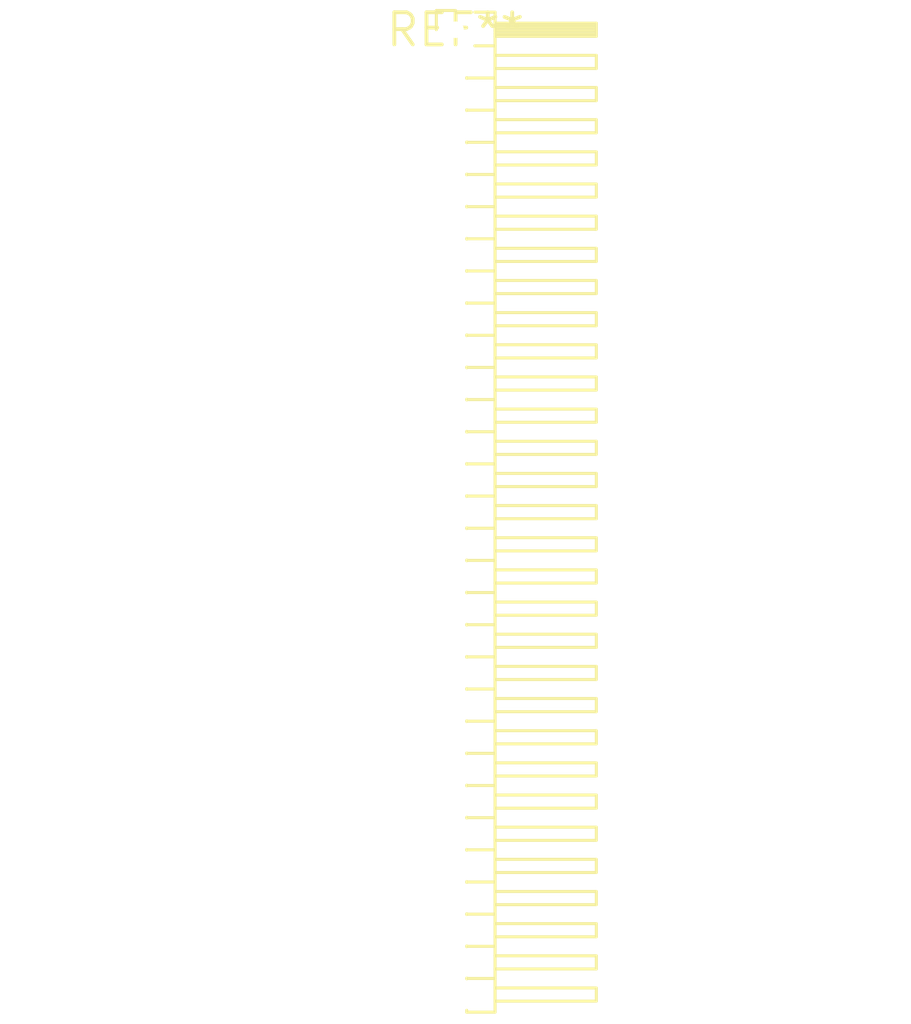
<source format=kicad_pcb>
(kicad_pcb (version 20240108) (generator pcbnew)
  (layers (0 "F.Cu" signal) (31 "B.Cu" signal) (34 "B.Paste" user) (35 "F.Paste" user) (36 "B.SilkS" user "B.Silkscreen") (37 "F.SilkS" user "F.Silkscreen") (38 "B.Mask" user) (39 "F.Mask" user) (44 "Edge.Cuts" user))
  (net 0 "")
  (footprint "PinHeader_1x31_P1.27mm_Horizontal" (layer "F.Cu") (at 0 0)
    (property "Reference" "REF**")
    (property "Value" "PinHeader_1x31_P1.27mm_Horizontal")
    (fp_line (start -0.76 -0.76) (end 0 -0.76) (layer "F.SilkS") (stroke (width 0.12)))
    (fp_line (start -0.76 0) (end -0.76 -0.76) (layer "F.SilkS") (stroke (width 0.12)))
    (fp_line (start 0.44 1.889677) (end 0.44 1.920323) (layer "F.SilkS") (stroke (width 0.12)))
    (fp_line (start 0.44 1.905) (end 1.56 1.905) (layer "F.SilkS") (stroke (width 0.12)))
    (fp_line (start 0.44 3.159677) (end 0.44 3.190323) (layer "F.SilkS") (stroke (width 0.12)))
    (fp_line (start 0.44 3.175) (end 1.56 3.175) (layer "F.SilkS") (stroke (width 0.12)))
    (fp_line (start 0.44 4.429677) (end 0.44 4.460323) (layer "F.SilkS") (stroke (width 0.12)))
    (fp_line (start 0.44 4.445) (end 1.56 4.445) (layer "F.SilkS") (stroke (width 0.12)))
    (fp_line (start 0.44 5.699677) (end 0.44 5.730323) (layer "F.SilkS") (stroke (width 0.12)))
    (fp_line (start 0.44 5.715) (end 1.56 5.715) (layer "F.SilkS") (stroke (width 0.12)))
    (fp_line (start 0.44 6.969677) (end 0.44 7.000323) (layer "F.SilkS") (stroke (width 0.12)))
    (fp_line (start 0.44 6.985) (end 1.56 6.985) (layer "F.SilkS") (stroke (width 0.12)))
    (fp_line (start 0.44 8.239677) (end 0.44 8.270323) (layer "F.SilkS") (stroke (width 0.12)))
    (fp_line (start 0.44 8.255) (end 1.56 8.255) (layer "F.SilkS") (stroke (width 0.12)))
    (fp_line (start 0.44 9.509677) (end 0.44 9.540323) (layer "F.SilkS") (stroke (width 0.12)))
    (fp_line (start 0.44 9.525) (end 1.56 9.525) (layer "F.SilkS") (stroke (width 0.12)))
    (fp_line (start 0.44 10.779677) (end 0.44 10.810323) (layer "F.SilkS") (stroke (width 0.12)))
    (fp_line (start 0.44 10.795) (end 1.56 10.795) (layer "F.SilkS") (stroke (width 0.12)))
    (fp_line (start 0.44 12.049677) (end 0.44 12.080323) (layer "F.SilkS") (stroke (width 0.12)))
    (fp_line (start 0.44 12.065) (end 1.56 12.065) (layer "F.SilkS") (stroke (width 0.12)))
    (fp_line (start 0.44 13.319677) (end 0.44 13.350323) (layer "F.SilkS") (stroke (width 0.12)))
    (fp_line (start 0.44 13.335) (end 1.56 13.335) (layer "F.SilkS") (stroke (width 0.12)))
    (fp_line (start 0.44 14.589677) (end 0.44 14.620323) (layer "F.SilkS") (stroke (width 0.12)))
    (fp_line (start 0.44 14.605) (end 1.56 14.605) (layer "F.SilkS") (stroke (width 0.12)))
    (fp_line (start 0.44 15.859677) (end 0.44 15.890323) (layer "F.SilkS") (stroke (width 0.12)))
    (fp_line (start 0.44 15.875) (end 1.56 15.875) (layer "F.SilkS") (stroke (width 0.12)))
    (fp_line (start 0.44 17.129677) (end 0.44 17.160323) (layer "F.SilkS") (stroke (width 0.12)))
    (fp_line (start 0.44 17.145) (end 1.56 17.145) (layer "F.SilkS") (stroke (width 0.12)))
    (fp_line (start 0.44 18.399677) (end 0.44 18.430323) (layer "F.SilkS") (stroke (width 0.12)))
    (fp_line (start 0.44 18.415) (end 1.56 18.415) (layer "F.SilkS") (stroke (width 0.12)))
    (fp_line (start 0.44 19.669677) (end 0.44 19.700323) (layer "F.SilkS") (stroke (width 0.12)))
    (fp_line (start 0.44 19.685) (end 1.56 19.685) (layer "F.SilkS") (stroke (width 0.12)))
    (fp_line (start 0.44 20.939677) (end 0.44 20.970323) (layer "F.SilkS") (stroke (width 0.12)))
    (fp_line (start 0.44 20.955) (end 1.56 20.955) (layer "F.SilkS") (stroke (width 0.12)))
    (fp_line (start 0.44 22.209677) (end 0.44 22.240323) (layer "F.SilkS") (stroke (width 0.12)))
    (fp_line (start 0.44 22.225) (end 1.56 22.225) (layer "F.SilkS") (stroke (width 0.12)))
    (fp_line (start 0.44 23.479677) (end 0.44 23.510323) (layer "F.SilkS") (stroke (width 0.12)))
    (fp_line (start 0.44 23.495) (end 1.56 23.495) (layer "F.SilkS") (stroke (width 0.12)))
    (fp_line (start 0.44 24.749677) (end 0.44 24.780323) (layer "F.SilkS") (stroke (width 0.12)))
    (fp_line (start 0.44 24.765) (end 1.56 24.765) (layer "F.SilkS") (stroke (width 0.12)))
    (fp_line (start 0.44 26.019677) (end 0.44 26.050323) (layer "F.SilkS") (stroke (width 0.12)))
    (fp_line (start 0.44 26.035) (end 1.56 26.035) (layer "F.SilkS") (stroke (width 0.12)))
    (fp_line (start 0.44 27.289677) (end 0.44 27.320323) (layer "F.SilkS") (stroke (width 0.12)))
    (fp_line (start 0.44 27.305) (end 1.56 27.305) (layer "F.SilkS") (stroke (width 0.12)))
    (fp_line (start 0.44 28.559677) (end 0.44 28.590323) (layer "F.SilkS") (stroke (width 0.12)))
    (fp_line (start 0.44 28.575) (end 1.56 28.575) (layer "F.SilkS") (stroke (width 0.12)))
    (fp_line (start 0.44 29.829677) (end 0.44 29.860323) (layer "F.SilkS") (stroke (width 0.12)))
    (fp_line (start 0.44 29.845) (end 1.56 29.845) (layer "F.SilkS") (stroke (width 0.12)))
    (fp_line (start 0.44 31.099677) (end 0.44 31.130323) (layer "F.SilkS") (stroke (width 0.12)))
    (fp_line (start 0.44 31.115) (end 1.56 31.115) (layer "F.SilkS") (stroke (width 0.12)))
    (fp_line (start 0.44 32.369677) (end 0.44 32.400323) (layer "F.SilkS") (stroke (width 0.12)))
    (fp_line (start 0.44 32.385) (end 1.56 32.385) (layer "F.SilkS") (stroke (width 0.12)))
    (fp_line (start 0.44 33.639677) (end 0.44 33.670323) (layer "F.SilkS") (stroke (width 0.12)))
    (fp_line (start 0.44 33.655) (end 1.56 33.655) (layer "F.SilkS") (stroke (width 0.12)))
    (fp_line (start 0.44 34.909677) (end 0.44 34.940323) (layer "F.SilkS") (stroke (width 0.12)))
    (fp_line (start 0.44 34.925) (end 1.56 34.925) (layer "F.SilkS") (stroke (width 0.12)))
    (fp_line (start 0.44 36.179677) (end 0.44 36.210323) (layer "F.SilkS") (stroke (width 0.12)))
    (fp_line (start 0.44 36.195) (end 1.56 36.195) (layer "F.SilkS") (stroke (width 0.12)))
    (fp_line (start 0.44 37.449677) (end 0.44 37.480323) (layer "F.SilkS") (stroke (width 0.12)))
    (fp_line (start 0.44 37.465) (end 1.56 37.465) (layer "F.SilkS") (stroke (width 0.12)))
    (fp_line (start 0.44 38.795) (end 0.44 38.719677) (layer "F.SilkS") (stroke (width 0.12)))
    (fp_line (start 0.76 -0.695) (end 1.56 -0.695) (layer "F.SilkS") (stroke (width 0.12)))
    (fp_line (start 0.76 0.635) (end 1.56 0.635) (layer "F.SilkS") (stroke (width 0.12)))
    (fp_line (start 1.56 -0.695) (end 1.56 38.795) (layer "F.SilkS") (stroke (width 0.12)))
    (fp_line (start 1.56 -0.26) (end 5.56 -0.26) (layer "F.SilkS") (stroke (width 0.12)))
    (fp_line (start 1.56 -0.2) (end 5.56 -0.2) (layer "F.SilkS") (stroke (width 0.12)))
    (fp_line (start 1.56 -0.08) (end 5.56 -0.08) (layer "F.SilkS") (stroke (width 0.12)))
    (fp_line (start 1.56 0.04) (end 5.56 0.04) (layer "F.SilkS") (stroke (width 0.12)))
    (fp_line (start 1.56 0.16) (end 5.56 0.16) (layer "F.SilkS") (stroke (width 0.12)))
    (fp_line (start 1.56 1.01) (end 5.56 1.01) (layer "F.SilkS") (stroke (width 0.12)))
    (fp_line (start 1.56 2.28) (end 5.56 2.28) (layer "F.SilkS") (stroke (width 0.12)))
    (fp_line (start 1.56 3.55) (end 5.56 3.55) (layer "F.SilkS") (stroke (width 0.12)))
    (fp_line (start 1.56 4.82) (end 5.56 4.82) (layer "F.SilkS") (stroke (width 0.12)))
    (fp_line (start 1.56 6.09) (end 5.56 6.09) (layer "F.SilkS") (stroke (width 0.12)))
    (fp_line (start 1.56 7.36) (end 5.56 7.36) (layer "F.SilkS") (stroke (width 0.12)))
    (fp_line (start 1.56 8.63) (end 5.56 8.63) (layer "F.SilkS") (stroke (width 0.12)))
    (fp_line (start 1.56 9.9) (end 5.56 9.9) (layer "F.SilkS") (stroke (width 0.12)))
    (fp_line (start 1.56 11.17) (end 5.56 11.17) (layer "F.SilkS") (stroke (width 0.12)))
    (fp_line (start 1.56 12.44) (end 5.56 12.44) (layer "F.SilkS") (stroke (width 0.12)))
    (fp_line (start 1.56 13.71) (end 5.56 13.71) (layer "F.SilkS") (stroke (width 0.12)))
    (fp_line (start 1.56 14.98) (end 5.56 14.98) (layer "F.SilkS") (stroke (width 0.12)))
    (fp_line (start 1.56 16.25) (end 5.56 16.25) (layer "F.SilkS") (stroke (width 0.12)))
    (fp_line (start 1.56 17.52) (end 5.56 17.52) (layer "F.SilkS") (stroke (width 0.12)))
    (fp_line (start 1.56 18.79) (end 5.56 18.79) (layer "F.SilkS") (stroke (width 0.12)))
    (fp_line (start 1.56 20.06) (end 5.56 20.06) (layer "F.SilkS") (stroke (width 0.12)))
    (fp_line (start 1.56 21.33) (end 5.56 21.33) (layer "F.SilkS") (stroke (width 0.12)))
    (fp_line (start 1.56 22.6) (end 5.56 22.6) (layer "F.SilkS") (stroke (width 0.12)))
    (fp_line (start 1.56 23.87) (end 5.56 23.87) (layer "F.SilkS") (stroke (width 0.12)))
    (fp_line (start 1.56 25.14) (end 5.56 25.14) (layer "F.SilkS") (stroke (width 0.12)))
    (fp_line (start 1.56 26.41) (end 5.56 26.41) (layer "F.SilkS") (stroke (width 0.12)))
    (fp_line (start 1.56 27.68) (end 5.56 27.68) (layer "F.SilkS") (stroke (width 0.12)))
    (fp_line (start 1.56 28.95) (end 5.56 28.95) (layer "F.SilkS") (stroke (width 0.12)))
    (fp_line (start 1.56 30.22) (end 5.56 30.22) (layer "F.SilkS") (stroke (width 0.12)))
    (fp_line (start 1.56 31.49) (end 5.56 31.49) (layer "F.SilkS") (stroke (width 0.12)))
    (fp_line (start 1.56 32.76) (end 5.56 32.76) (layer "F.SilkS") (stroke (width 0.12)))
    (fp_line (start 1.56 34.03) (end 5.56 34.03) (layer "F.SilkS") (stroke (width 0.12)))
    (fp_line (start 1.56 35.3) (end 5.56 35.3) (layer "F.SilkS") (stroke (width 0.12)))
    (fp_line (start 1.56 36.57) (end 5.56 36.57) (layer "F.SilkS") (stroke (width 0.12)))
    (fp_line (start 1.56 37.84) (end 5.56 37.84) (layer "F.SilkS") (stroke (width 0.12)))
    (fp_line (start 1.56 38.795) (end 0.44 38.795) (layer "F.SilkS") (stroke (width 0.12)))
    (fp_line (start 5.56 -0.26) (end 5.56 0.26) (layer "F.SilkS") (stroke (width 0.12)))
    (fp_line (start 5.56 0.26) (end 1.56 0.26) (layer "F.SilkS") (stroke (width 0.12)))
    (fp_line (start 5.56 1.01) (end 5.56 1.53) (layer "F.SilkS") (stroke (width 0.12)))
    (fp_line (start 5.56 1.53) (end 1.56 1.53) (layer "F.SilkS") (stroke (width 0.12)))
    (fp_line (start 5.56 2.28) (end 5.56 2.8) (layer "F.SilkS") (stroke (width 0.12)))
    (fp_line (start 5.56 2.8) (end 1.56 2.8) (layer "F.SilkS") (stroke (width 0.12)))
    (fp_line (start 5.56 3.55) (end 5.56 4.07) (layer "F.SilkS") (stroke (width 0.12)))
    (fp_line (start 5.56 4.07) (end 1.56 4.07) (layer "F.SilkS") (stroke (width 0.12)))
    (fp_line (start 5.56 4.82) (end 5.56 5.34) (layer "F.SilkS") (stroke (width 0.12)))
    (fp_line (start 5.56 5.34) (end 1.56 5.34) (layer "F.SilkS") (stroke (width 0.12)))
    (fp_line (start 5.56 6.09) (end 5.56 6.61) (layer "F.SilkS") (stroke (width 0.12)))
    (fp_line (start 5.56 6.61) (end 1.56 6.61) (layer "F.SilkS") (stroke (width 0.12)))
    (fp_line (start 5.56 7.36) (end 5.56 7.88) (layer "F.SilkS") (stroke (width 0.12)))
    (fp_line (start 5.56 7.88) (end 1.56 7.88) (layer "F.SilkS") (stroke (width 0.12)))
    (fp_line (start 5.56 8.63) (end 5.56 9.15) (layer "F.SilkS") (stroke (width 0.12)))
    (fp_line (start 5.56 9.15) (end 1.56 9.15) (layer "F.SilkS") (stroke (width 0.12)))
    (fp_line (start 5.56 9.9) (end 5.56 10.42) (layer "F.SilkS") (stroke (width 0.12)))
    (fp_line (start 5.56 10.42) (end 1.56 10.42) (layer "F.SilkS") (stroke (width 0.12)))
    (fp_line (start 5.56 11.17) (end 5.56 11.69) (layer "F.SilkS") (stroke (width 0.12)))
    (fp_line (start 5.56 11.69) (end 1.56 11.69) (layer "F.SilkS") (stroke (width 0.12)))
    (fp_line (start 5.56 12.44) (end 5.56 12.96) (layer "F.SilkS") (stroke (width 0.12)))
    (fp_line (start 5.56 12.96) (end 1.56 12.96) (layer "F.SilkS") (stroke (width 0.12)))
    (fp_line (start 5.56 13.71) (end 5.56 14.23) (layer "F.SilkS") (stroke (width 0.12)))
    (fp_line (start 5.56 14.23) (end 1.56 14.23) (layer "F.SilkS") (stroke (width 0.12)))
    (fp_line (start 5.56 14.98) (end 5.56 15.5) (layer "F.SilkS") (stroke (width 0.12)))
    (fp_line (start 5.56 15.5) (end 1.56 15.5) (layer "F.SilkS") (stroke (width 0.12)))
    (fp_line (start 5.56 16.25) (end 5.56 16.77) (layer "F.SilkS") (stroke (width 0.12)))
    (fp_line (start 5.56 16.77) (end 1.56 16.77) (layer "F.SilkS") (stroke (width 0.12)))
    (fp_line (start 5.56 17.52) (end 5.56 18.04) (layer "F.SilkS") (stroke (width 0.12)))
    (fp_line (start 5.56 18.04) (end 1.56 18.04) (layer "F.SilkS") (stroke (width 0.12)))
    (fp_line (start 5.56 18.79) (end 5.56 19.31) (layer "F.SilkS") (stroke (width 0.12)))
    (fp_line (start 5.56 19.31) (end 1.56 19.31) (layer "F.SilkS") (stroke (width 0.12)))
    (fp_line (start 5.56 20.06) (end 5.56 20.58) (layer "F.SilkS") (stroke (width 0.12)))
    (fp_line (start 5.56 20.58) (end 1.56 20.58) (layer "F.SilkS") (stroke (width 0.12)))
    (fp_line (start 5.56 21.33) (end 5.56 21.85) (layer "F.SilkS") (stroke (width 0.12)))
    (fp_line (start 5.56 21.85) (end 1.56 21.85) (layer "F.SilkS") (stroke (width 0.12)))
    (fp_line (start 5.56 22.6) (end 5.56 23.12) (layer "F.SilkS") (stroke (width 0.12)))
    (fp_line (start 5.56 23.12) (end 1.56 23.12) (layer "F.SilkS") (stroke (width 0.12)))
    (fp_line (start 5.56 23.87) (end 5.56 24.39) (layer "F.SilkS") (stroke (width 0.12)))
    (fp_line (start 5.56 24.39) (end 1.56 24.39) (layer "F.SilkS") (stroke (width 0.12)))
    (fp_line (start 5.56 25.14) (end 5.56 25.66) (layer "F.SilkS") (stroke (width 0.12)))
    (fp_line (start 5.56 25.66) (end 1.56 25.66) (layer "F.SilkS") (stroke (width 0.12)))
    (fp_line (start 5.56 26.41) (end 5.56 26.93) (layer "F.SilkS") (stroke (width 0.12)))
    (fp_line (start 5.56 26.93) (end 1.56 26.93) (layer "F.SilkS") (stroke (width 0.12)))
    (fp_line (start 5.56 27.68) (end 5.56 28.2) (layer "F.SilkS") (stroke (width 0.12)))
    (fp_line (start 5.56 28.2) (end 1.56 28.2) (layer "F.SilkS") (stroke (width 0.12)))
    (fp_line (start 5.56 28.95) (end 5.56 29.47) (layer "F.SilkS") (stroke (width 0.12)))
    (fp_line (start 5.56 29.47) (end 1.56 29.47) (layer "F.SilkS") (stroke (width 0.12)))
    (fp_line (start 5.56 30.22) (end 5.56 30.74) (layer "F.SilkS") (stroke (width 0.12)))
    (fp_line (start 5.56 30.74) (end 1.56 30.74) (layer "F.SilkS") (stroke (width 0.12)))
    (fp_line (start 5.56 31.49) (end 5.56 32.01) (layer "F.SilkS") (stroke (width 0.12)))
    (fp_line (start 5.56 32.01) (end 1.56 32.01) (layer "F.SilkS") (stroke (width 0.12)))
    (fp_line (start 5.56 32.76) (end 5.56 33.28) (layer "F.SilkS") (stroke (width 0.12)))
    (fp_line (start 5.56 33.28) (end 1.56 33.28) (layer "F.SilkS") (stroke (width 0.12)))
    (fp_line (start 5.56 34.03) (end 5.56 34.55) (layer "F.SilkS") (stroke (width 0.12)))
    (fp_line (start 5.56 34.55) (end 1.56 34.55) (layer "F.SilkS") (stroke (width 0.12)))
    (fp_line (start 5.56 35.3) (end 5.56 35.82) (layer "F.SilkS") (stroke (width 0.12)))
    (fp_line (start 5.56 35.82) (end 1.56 35.82) (layer "F.SilkS") (stroke (width 0.12)))
    (fp_line (start 5.56 36.57) (end 5.56 37.09) (layer "F.SilkS") (stroke (width 0.12)))
    (fp_line (start 5.56 37.09) (end 1.56 37.09) (layer "F.SilkS") (stroke (width 0.12)))
    (fp_line (start 5.56 37.84) (end 5.56 38.36) (layer "F.SilkS") (stroke (width 0.12)))
    (fp_line (start 5.56 38.36) (end 1.56 38.36) (layer "F.SilkS") (stroke (width 0.12)))
    (pad "1" thru_hole rect (at 0 0) (size 1 1) (drill 0.65) (layers *.Cu *.Mask) (remove_unused_layers))
    (pad "2" thru_hole oval (at 0 1.27) (size 1 1) (drill 0.65) (layers *.Cu *.Mask) (remove_unused_layers))
    (pad "3" thru_hole oval (at 0 2.54) (size 1 1) (drill 0.65) (layers *.Cu *.Mask) (remove_unused_layers))
    (pad "4" thru_hole oval (at 0 3.81) (size 1 1) (drill 0.65) (layers *.Cu *.Mask) (remove_unused_layers))
    (pad "5" thru_hole oval (at 0 5.08) (size 1 1) (drill 0.65) (layers *.Cu *.Mask) (remove_unused_layers))
    (pad "6" thru_hole oval (at 0 6.35) (size 1 1) (drill 0.65) (layers *.Cu *.Mask) (remove_unused_layers))
    (pad "7" thru_hole oval (at 0 7.62) (size 1 1) (drill 0.65) (layers *.Cu *.Mask) (remove_unused_layers))
    (pad "8" thru_hole oval (at 0 8.89) (size 1 1) (drill 0.65) (layers *.Cu *.Mask) (remove_unused_layers))
    (pad "9" thru_hole oval (at 0 10.16) (size 1 1) (drill 0.65) (layers *.Cu *.Mask) (remove_unused_layers))
    (pad "10" thru_hole oval (at 0 11.43) (size 1 1) (drill 0.65) (layers *.Cu *.Mask) (remove_unused_layers))
    (pad "11" thru_hole oval (at 0 12.7) (size 1 1) (drill 0.65) (layers *.Cu *.Mask) (remove_unused_layers))
    (pad "12" thru_hole oval (at 0 13.97) (size 1 1) (drill 0.65) (layers *.Cu *.Mask) (remove_unused_layers))
    (pad "13" thru_hole oval (at 0 15.24) (size 1 1) (drill 0.65) (layers *.Cu *.Mask) (remove_unused_layers))
    (pad "14" thru_hole oval (at 0 16.51) (size 1 1) (drill 0.65) (layers *.Cu *.Mask) (remove_unused_layers))
    (pad "15" thru_hole oval (at 0 17.78) (size 1 1) (drill 0.65) (layers *.Cu *.Mask) (remove_unused_layers))
    (pad "16" thru_hole oval (at 0 19.05) (size 1 1) (drill 0.65) (layers *.Cu *.Mask) (remove_unused_layers))
    (pad "17" thru_hole oval (at 0 20.32) (size 1 1) (drill 0.65) (layers *.Cu *.Mask) (remove_unused_layers))
    (pad "18" thru_hole oval (at 0 21.59) (size 1 1) (drill 0.65) (layers *.Cu *.Mask) (remove_unused_layers))
    (pad "19" thru_hole oval (at 0 22.86) (size 1 1) (drill 0.65) (layers *.Cu *.Mask) (remove_unused_layers))
    (pad "20" thru_hole oval (at 0 24.13) (size 1 1) (drill 0.65) (layers *.Cu *.Mask) (remove_unused_layers))
    (pad "21" thru_hole oval (at 0 25.4) (size 1 1) (drill 0.65) (layers *.Cu *.Mask) (remove_unused_layers))
    (pad "22" thru_hole oval (at 0 26.67) (size 1 1) (drill 0.65) (layers *.Cu *.Mask) (remove_unused_layers))
    (pad "23" thru_hole oval (at 0 27.94) (size 1 1) (drill 0.65) (layers *.Cu *.Mask) (remove_unused_layers))
    (pad "24" thru_hole oval (at 0 29.21) (size 1 1) (drill 0.65) (layers *.Cu *.Mask) (remove_unused_layers))
    (pad "25" thru_hole oval (at 0 30.48) (size 1 1) (drill 0.65) (layers *.Cu *.Mask) (remove_unused_layers))
    (pad "26" thru_hole oval (at 0 31.75) (size 1 1) (drill 0.65) (layers *.Cu *.Mask) (remove_unused_layers))
    (pad "27" thru_hole oval (at 0 33.02) (size 1 1) (drill 0.65) (layers *.Cu *.Mask) (remove_unused_layers))
    (pad "28" thru_hole oval (at 0 34.29) (size 1 1) (drill 0.65) (layers *.Cu *.Mask) (remove_unused_layers))
    (pad "29" thru_hole oval (at 0 35.56) (size 1 1) (drill 0.65) (layers *.Cu *.Mask) (remove_unused_layers))
    (pad "30" thru_hole oval (at 0 36.83) (size 1 1) (drill 0.65) (layers *.Cu *.Mask) (remove_unused_layers))
    (pad "31" thru_hole oval (at 0 38.1) (size 1 1) (drill 0.65) (layers *.Cu *.Mask) (remove_unused_layers))
  )
)
</source>
